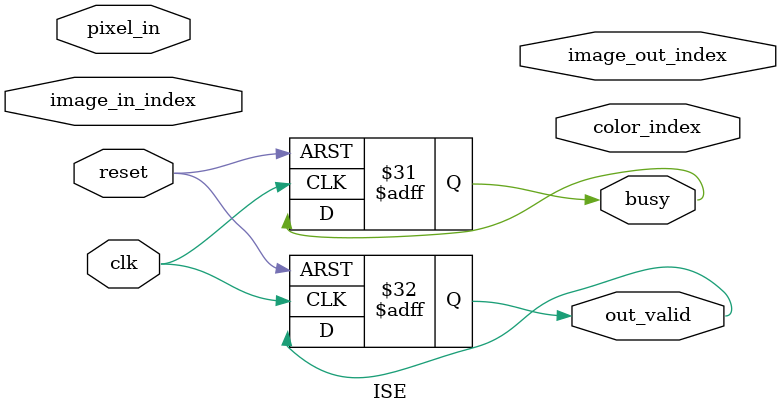
<source format=v>
`timescale 1ns/10ps
module ISE( clk, reset, image_in_index, pixel_in, busy, out_valid, color_index, image_out_index);
input           clk;
input           reset;
input   [4:0]   image_in_index;
input   [23:0]  pixel_in;   // R - 23:16, G - 15:8, B - 7:0 
output reg         busy;
output reg         out_valid;
output reg [1:0]   color_index;
output reg [4:0]   image_out_index;

reg [2:0] curr_state, next_state;
reg [13:0] red_count, green_count, blue_count;  // for each image temporary store color count
reg [21:0] red_amount, green_amount, blue_amount;   // for each image temporary store color amount
reg [1:0] color_index_list [0:31];
reg [4:0] image_out_index_list[0:31];



parameter R1 = 23, R2 = 16;
parameter G1 = 15, G2 = 8;
parameter B1 = 7, B2 = 0;

parameter LOAD = 3'd0;

always @(posedge clk, posedge reset) begin
    if(reset) begin
        busy <= 0;
        out_valid <= 0;
        
        curr_state <= LOAD;
    end
    else begin
        curr_state <= next_state;
        case (curr_state)
            LOAD: begin
                
            end
        endcase
    end
end

always @(*) begin
    case (curr_state)
        LOAD: begin
            
        end
    endcase
end

always @(*) begin
    case (curr_state)
        LOAD: begin
            red_count = (pixel_in[R1:R2] >= pixel_in[G1:G2] && pixel_in[R1:R2] >= pixel_in[B1:B2]) ? red_count + 1 : red_count;
            green_count = (pixel_in[G1:G2] >= pixel_in[B1:B2] && pixel_in[G1:G2] > pixel_in[R1:R2]) ? green_count + 1 : green_count;
            blue_count = (pixel_in[B1:B2] > pixel_in[R1:R2] && pixel_in[B1:B2] > pixel_in[G1:G2]) ? blue_count + 1 : blue_count;
        end
    endcase
end

endmodule

</source>
